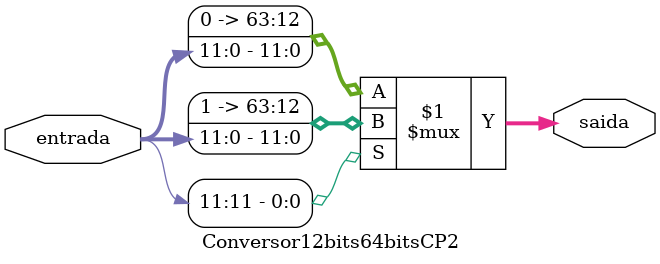
<source format=v>
module Conversor12bits64bitsCP2 #(parameter BITSENTRADA = 12, BITSSAIDA = 64)
(entrada, saida);

input [BITSENTRADA-1:0] entrada;
output [BITSSAIDA-1:0] saida;

assign saida = entrada[BITSENTRADA - 1] ? {~(52'b0), entrada} :
                                        {52'b0, entrada};

    
endmodule
</source>
